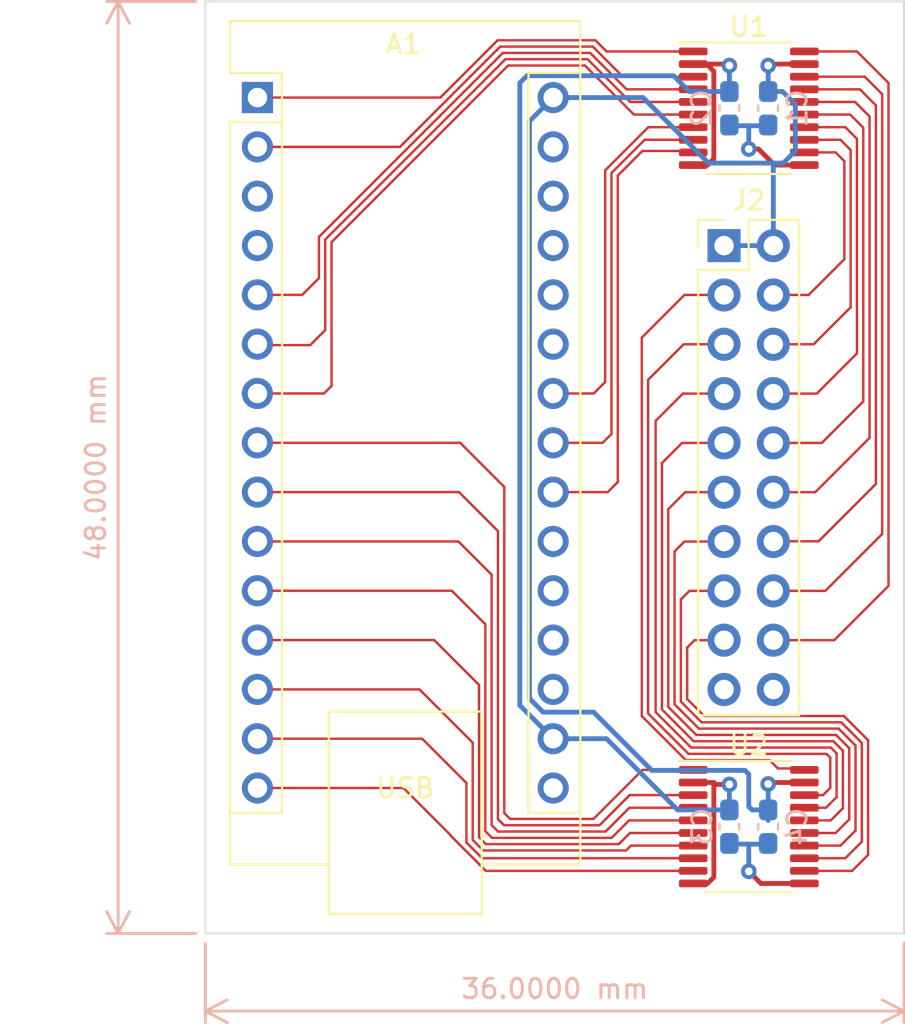
<source format=kicad_pcb>
(kicad_pcb (version 20221018) (generator pcbnew)
  (title_block (title "STM relay board controller") (date "2023-04-26") (rev "1.0"))
  (layers (0 "F.Cu" signal) (1 "In1.Cu" signal) (2 "In2.Cu" signal) (31 "B.Cu" signal) (34 "B.Paste" user) (35 "F.Paste" user) (36 "B.SilkS" user "B.Silkscreen") (37 "F.SilkS" user "F.Silkscreen") (38 "B.Mask" user) (39 "F.Mask" user) (44 "Edge.Cuts" user))
  (net 0 "")
  (net 1 "Net-(A1-D1{slash}TX)")
  (net 2 "Net-(A1-D0{slash}RX)")
  (net 4 "GND")
  (net 5 "Net-(A1-D2)")
  (net 6 "Net-(A1-D3)")
  (net 7 "Net-(A1-D4)")
  (net 8 "Net-(A1-D6)")
  (net 9 "Net-(A1-D7)")
  (net 10 "Net-(A1-D8)")
  (net 11 "Net-(A1-D9)")
  (net 12 "Net-(A1-D10)")
  (net 13 "Net-(A1-D11)")
  (net 14 "Net-(A1-D12)")
  (net 15 "+3.3V")
  (net 20 "+5V")
  (net 21 "Net-(J2-Pin_3)")
  (net 22 "Net-(J2-Pin_4)")
  (net 23 "Net-(J2-Pin_5)")
  (net 24 "Net-(J2-Pin_6)")
  (net 25 "Net-(J2-Pin_7)")
  (net 26 "Net-(J2-Pin_8)")
  (net 27 "Net-(J2-Pin_9)")
  (net 28 "Net-(J2-Pin_10)")
  (net 29 "Net-(J2-Pin_11)")
  (net 30 "Net-(J2-Pin_12)")
  (net 31 "Net-(J2-Pin_13)")
  (net 32 "Net-(J2-Pin_14)")
  (net 33 "Net-(J2-Pin_15)")
  (net 34 "Net-(J2-Pin_16)")
  (net 35 "Net-(J2-Pin_17)")
  (net 36 "Net-(J2-Pin_18)")
  (net 39 "Net-(A1-A4)")
  (net 40 "Net-(A1-A5)")
  (net 43 "Net-(A1-A3)")
  (net 44 "Net-(A1-D5)")
  (footprint "Connector_PinHeader_2.54mm:PinHeader_2x10_P2.54mm_Vertical" (layer "F.Cu") (at 130.725 58.575)
    (fp_text reference "J2" (at 1.27 -2.33) (layer "F.SilkS"))
    (fp_text value "Conn_02x10_Odd_Even" hide)
    (fp_line (start -1.33 -1.33) (end 0 -1.33) (stroke (width 0.12)) (layer "F.SilkS"))
    (fp_line (start -1.33 0) (end -1.33 -1.33) (stroke (width 0.12)) (layer "F.SilkS"))
    (fp_line (start -1.33 1.27) (end -1.33 24.19) (stroke (width 0.12)) (layer "F.SilkS"))
    (fp_line (start -1.33 1.27) (end 1.27 1.27) (stroke (width 0.12)) (layer "F.SilkS"))
    (fp_line (start -1.33 24.19) (end 3.87 24.19) (stroke (width 0.12)) (layer "F.SilkS"))
    (fp_line (start 1.27 -1.33) (end 3.87 -1.33) (stroke (width 0.12)) (layer "F.SilkS"))
    (fp_line (start 1.27 1.27) (end 1.27 -1.33) (stroke (width 0.12)) (layer "F.SilkS"))
    (fp_line (start 3.87 -1.33) (end 3.87 24.19) (stroke (width 0.12)) (layer "F.SilkS"))
    (pad "1" thru_hole rect (at 0 0) (size 1.7 1.7) (drill 1) (layers "*.Cu" "*.Mask") (net 20 "+5V"))
    (pad "2" thru_hole oval (at 2.54 0) (size 1.7 1.7) (drill 1) (layers "*.Cu" "*.Mask") (net 20 "+5V"))
    (pad "3" thru_hole oval (at 0 2.54) (size 1.7 1.7) (drill 1) (layers "*.Cu" "*.Mask") (net 21 "Net-(J2-Pin_3)"))
    (pad "4" thru_hole oval (at 2.54 2.54) (size 1.7 1.7) (drill 1) (layers "*.Cu" "*.Mask") (net 22 "Net-(J2-Pin_4)"))
    (pad "5" thru_hole oval (at 0 5.08) (size 1.7 1.7) (drill 1) (layers "*.Cu" "*.Mask") (net 23 "Net-(J2-Pin_5)"))
    (pad "6" thru_hole oval (at 2.54 5.08) (size 1.7 1.7) (drill 1) (layers "*.Cu" "*.Mask") (net 24 "Net-(J2-Pin_6)"))
    (pad "7" thru_hole oval (at 0 7.62) (size 1.7 1.7) (drill 1) (layers "*.Cu" "*.Mask") (net 25 "Net-(J2-Pin_7)"))
    (pad "8" thru_hole oval (at 2.54 7.62) (size 1.7 1.7) (drill 1) (layers "*.Cu" "*.Mask") (net 26 "Net-(J2-Pin_8)"))
    (pad "9" thru_hole oval (at 0 10.16) (size 1.7 1.7) (drill 1) (layers "*.Cu" "*.Mask") (net 27 "Net-(J2-Pin_9)"))
    (pad "10" thru_hole oval (at 2.54 10.16) (size 1.7 1.7) (drill 1) (layers "*.Cu" "*.Mask") (net 28 "Net-(J2-Pin_10)"))
    (pad "11" thru_hole oval (at 0 12.7) (size 1.7 1.7) (drill 1) (layers "*.Cu" "*.Mask") (net 29 "Net-(J2-Pin_11)"))
    (pad "12" thru_hole oval (at 2.54 12.7) (size 1.7 1.7) (drill 1) (layers "*.Cu" "*.Mask") (net 30 "Net-(J2-Pin_12)"))
    (pad "13" thru_hole oval (at 0 15.24) (size 1.7 1.7) (drill 1) (layers "*.Cu" "*.Mask") (net 31 "Net-(J2-Pin_13)"))
    (pad "14" thru_hole oval (at 2.54 15.24) (size 1.7 1.7) (drill 1) (layers "*.Cu" "*.Mask") (net 32 "Net-(J2-Pin_14)"))
    (pad "15" thru_hole oval (at 0 17.78) (size 1.7 1.7) (drill 1) (layers "*.Cu" "*.Mask") (net 33 "Net-(J2-Pin_15)"))
    (pad "16" thru_hole oval (at 2.54 17.78) (size 1.7 1.7) (drill 1) (layers "*.Cu" "*.Mask") (net 34 "Net-(J2-Pin_16)"))
    (pad "17" thru_hole oval (at 0 20.32) (size 1.7 1.7) (drill 1) (layers "*.Cu" "*.Mask") (net 35 "Net-(J2-Pin_17)"))
    (pad "18" thru_hole oval (at 2.54 20.32) (size 1.7 1.7) (drill 1) (layers "*.Cu" "*.Mask") (net 36 "Net-(J2-Pin_18)"))
    (pad "19" thru_hole oval (at 0 22.86) (size 1.7 1.7) (drill 1) (layers "*.Cu" "*.Mask") (net 4 "GND"))
    (pad "20" thru_hole oval (at 2.54 22.86) (size 1.7 1.7) (drill 1) (layers "*.Cu" "*.Mask") (net 4 "GND"))
  )
  (footprint "Package_SO:TSSOP-20_4.4x6.5mm_P0.65mm" (layer "F.Cu") (at 132 88.5)
    (fp_text reference "U2" (at 0 -4.2) (layer "F.SilkS"))
    (fp_text value "TXS0108EPW")
    (fp_line (start 0 -3.385) (end -3.6 -3.385) (stroke (width 0.12)) (layer "F.SilkS"))
    (fp_line (start 0 -3.385) (end 2.2 -3.385) (stroke (width 0.12)) (layer "F.SilkS"))
    (fp_line (start 0 3.385) (end -2.2 3.385) (stroke (width 0.12)) (layer "F.SilkS"))
    (fp_line (start 0 3.385) (end 2.2 3.385) (stroke (width 0.12)) (layer "F.SilkS"))
    (pad "1" smd roundrect (at -2.8625 -2.925) (size 1.475 0.4) (layers "F.Cu" "F.Paste" "F.Mask") (net 44 "Net-(A1-D5)"))
    (pad "2" smd roundrect (at -2.8625 -2.275) (size 1.475 0.4) (layers "F.Cu" "F.Paste" "F.Mask") (net 15 "+3.3V"))
    (pad "3" smd roundrect (at -2.8625 -1.625) (size 1.475 0.4) (layers "F.Cu" "F.Paste" "F.Mask") (net 8 "Net-(A1-D6)"))
    (pad "4" smd roundrect (at -2.8625 -0.975) (size 1.475 0.4) (layers "F.Cu" "F.Paste" "F.Mask") (net 9 "Net-(A1-D7)"))
    (pad "5" smd roundrect (at -2.8625 -0.325) (size 1.475 0.4) (layers "F.Cu" "F.Paste" "F.Mask") (net 10 "Net-(A1-D8)"))
    (pad "6" smd roundrect (at -2.8625 0.325) (size 1.475 0.4) (layers "F.Cu" "F.Paste" "F.Mask") (net 11 "Net-(A1-D9)"))
    (pad "7" smd roundrect (at -2.8625 0.975) (size 1.475 0.4) (layers "F.Cu" "F.Paste" "F.Mask") (net 12 "Net-(A1-D10)"))
    (pad "8" smd roundrect (at -2.8625 1.625) (size 1.475 0.4) (layers "F.Cu" "F.Paste" "F.Mask") (net 13 "Net-(A1-D11)"))
    (pad "9" smd roundrect (at -2.8625 2.275) (size 1.475 0.4) (layers "F.Cu" "F.Paste" "F.Mask") (net 14 "Net-(A1-D12)"))
    (pad "10" smd roundrect (at -2.8625 2.925) (size 1.475 0.4) (layers "F.Cu" "F.Paste" "F.Mask") (net 15 "+3.3V"))
    (pad "11" smd roundrect (at 2.8625 2.925) (size 1.475 0.4) (layers "F.Cu" "F.Paste" "F.Mask") (net 4 "GND"))
    (pad "12" smd roundrect (at 2.8625 2.275) (size 1.475 0.4) (layers "F.Cu" "F.Paste" "F.Mask") (net 35 "Net-(J2-Pin_17)"))
    (pad "13" smd roundrect (at 2.8625 1.625) (size 1.475 0.4) (layers "F.Cu" "F.Paste" "F.Mask") (net 33 "Net-(J2-Pin_15)"))
    (pad "14" smd roundrect (at 2.8625 0.975) (size 1.475 0.4) (layers "F.Cu" "F.Paste" "F.Mask") (net 31 "Net-(J2-Pin_13)"))
    (pad "15" smd roundrect (at 2.8625 0.325) (size 1.475 0.4) (layers "F.Cu" "F.Paste" "F.Mask") (net 29 "Net-(J2-Pin_11)"))
    (pad "16" smd roundrect (at 2.8625 -0.325) (size 1.475 0.4) (layers "F.Cu" "F.Paste" "F.Mask") (net 27 "Net-(J2-Pin_9)"))
    (pad "17" smd roundrect (at 2.8625 -0.975) (size 1.475 0.4) (layers "F.Cu" "F.Paste" "F.Mask") (net 25 "Net-(J2-Pin_7)"))
    (pad "18" smd roundrect (at 2.8625 -1.625) (size 1.475 0.4) (layers "F.Cu" "F.Paste" "F.Mask") (net 23 "Net-(J2-Pin_5)"))
    (pad "19" smd roundrect (at 2.8625 -2.275) (size 1.475 0.4) (layers "F.Cu" "F.Paste" "F.Mask") (net 20 "+5V"))
    (pad "20" smd roundrect (at 2.8625 -2.925) (size 1.475 0.4) (layers "F.Cu" "F.Paste" "F.Mask") (net 21 "Net-(J2-Pin_3)"))
  )
  (footprint "Module:Arduino_Nano" (layer "F.Cu") (at 106.68 50.95)
    (fp_text reference "A1" (at 7.52 -2.75) (layer "F.SilkS"))
    (fp_text value "Arduino_Nano_v3.x")
    (fp_text user "USB" (at 7.62 35.56 unlocked) (layer "F.SilkS"))
    (fp_line (start -1.4 -3.94) (end -1.4 -1.27) (stroke (width 0.12)) (layer "F.SilkS"))
    (fp_line (start -1.4 1.27) (end -1.4 39.5) (stroke (width 0.12)) (layer "F.SilkS"))
    (fp_line (start -1.4 39.5) (end 3.68 39.5) (stroke (width 0.12)) (layer "F.SilkS"))
    (fp_line (start 1.27 -1.27) (end -1.4 -1.27) (stroke (width 0.12)) (layer "F.SilkS"))
    (fp_line (start 1.27 1.27) (end -1.4 1.27) (stroke (width 0.12)) (layer "F.SilkS"))
    (fp_line (start 1.27 1.27) (end 1.27 -1.27) (stroke (width 0.12)) (layer "F.SilkS"))
    (fp_line (start 1.27 1.27) (end 1.27 36.83) (stroke (width 0.12)) (layer "F.SilkS"))
    (fp_line (start 1.27 36.83) (end -1.4 36.83) (stroke (width 0.12)) (layer "F.SilkS"))
    (fp_line (start 3.68 31.62) (end 11.56 31.62) (stroke (width 0.12)) (layer "F.SilkS"))
    (fp_line (start 3.68 42.04) (end 3.68 31.62) (stroke (width 0.12)) (layer "F.SilkS"))
    (fp_line (start 11.56 31.62) (end 11.56 42.04) (stroke (width 0.12)) (layer "F.SilkS"))
    (fp_line (start 11.56 42.04) (end 3.68 42.04) (stroke (width 0.12)) (layer "F.SilkS"))
    (fp_line (start 13.97 -1.27) (end 13.97 36.83) (stroke (width 0.12)) (layer "F.SilkS"))
    (fp_line (start 13.97 -1.27) (end 16.64 -1.27) (stroke (width 0.12)) (layer "F.SilkS"))
    (fp_line (start 13.97 36.83) (end 16.64 36.83) (stroke (width 0.12)) (layer "F.SilkS"))
    (fp_line (start 16.64 -3.94) (end -1.4 -3.94) (stroke (width 0.12)) (layer "F.SilkS"))
    (fp_line (start 16.64 39.5) (end 11.56 39.5) (stroke (width 0.12)) (layer "F.SilkS"))
    (fp_line (start 16.64 39.5) (end 16.64 -3.94) (stroke (width 0.12)) (layer "F.SilkS"))
    (pad "1" thru_hole rect (at 0 0) (size 1.6 1.6) (drill 1) (layers "*.Cu" "*.Mask") (net 1 "Net-(A1-D1{slash}TX)"))
    (pad "2" thru_hole oval (at 0 2.54) (size 1.6 1.6) (drill 1) (layers "*.Cu" "*.Mask") (net 2 "Net-(A1-D0{slash}RX)"))
    (pad "3" thru_hole oval (at 0 5.08) (size 1.6 1.6) (drill 1) (layers "*.Cu" "*.Mask"))
    (pad "4" thru_hole oval (at 0 7.62) (size 1.6 1.6) (drill 1) (layers "*.Cu" "*.Mask") (net 4 "GND"))
    (pad "5" thru_hole oval (at 0 10.16) (size 1.6 1.6) (drill 1) (layers "*.Cu" "*.Mask") (net 5 "Net-(A1-D2)"))
    (pad "6" thru_hole oval (at 0 12.7) (size 1.6 1.6) (drill 1) (layers "*.Cu" "*.Mask") (net 6 "Net-(A1-D3)"))
    (pad "7" thru_hole oval (at 0 15.24) (size 1.6 1.6) (drill 1) (layers "*.Cu" "*.Mask") (net 7 "Net-(A1-D4)"))
    (pad "8" thru_hole oval (at 0 17.78) (size 1.6 1.6) (drill 1) (layers "*.Cu" "*.Mask") (net 44 "Net-(A1-D5)"))
    (pad "9" thru_hole oval (at 0 20.32) (size 1.6 1.6) (drill 1) (layers "*.Cu" "*.Mask") (net 8 "Net-(A1-D6)"))
    (pad "10" thru_hole oval (at 0 22.86) (size 1.6 1.6) (drill 1) (layers "*.Cu" "*.Mask") (net 9 "Net-(A1-D7)"))
    (pad "11" thru_hole oval (at 0 25.4) (size 1.6 1.6) (drill 1) (layers "*.Cu" "*.Mask") (net 10 "Net-(A1-D8)"))
    (pad "12" thru_hole oval (at 0 27.94) (size 1.6 1.6) (drill 1) (layers "*.Cu" "*.Mask") (net 11 "Net-(A1-D9)"))
    (pad "13" thru_hole oval (at 0 30.48) (size 1.6 1.6) (drill 1) (layers "*.Cu" "*.Mask") (net 12 "Net-(A1-D10)"))
    (pad "14" thru_hole oval (at 0 33.02) (size 1.6 1.6) (drill 1) (layers "*.Cu" "*.Mask") (net 13 "Net-(A1-D11)"))
    (pad "15" thru_hole oval (at 0 35.56) (size 1.6 1.6) (drill 1) (layers "*.Cu" "*.Mask") (net 14 "Net-(A1-D12)"))
    (pad "16" thru_hole oval (at 15.24 35.56) (size 1.6 1.6) (drill 1) (layers "*.Cu" "*.Mask"))
    (pad "17" thru_hole oval (at 15.24 33.02) (size 1.6 1.6) (drill 1) (layers "*.Cu" "*.Mask") (net 15 "+3.3V"))
    (pad "18" thru_hole oval (at 15.24 30.48) (size 1.6 1.6) (drill 1) (layers "*.Cu" "*.Mask"))
    (pad "19" thru_hole oval (at 15.24 27.94) (size 1.6 1.6) (drill 1) (layers "*.Cu" "*.Mask"))
    (pad "20" thru_hole oval (at 15.24 25.4) (size 1.6 1.6) (drill 1) (layers "*.Cu" "*.Mask"))
    (pad "21" thru_hole oval (at 15.24 22.86) (size 1.6 1.6) (drill 1) (layers "*.Cu" "*.Mask"))
    (pad "22" thru_hole oval (at 15.24 20.32) (size 1.6 1.6) (drill 1) (layers "*.Cu" "*.Mask") (net 43 "Net-(A1-A3)"))
    (pad "23" thru_hole oval (at 15.24 17.78) (size 1.6 1.6) (drill 1) (layers "*.Cu" "*.Mask") (net 39 "Net-(A1-A4)"))
    (pad "24" thru_hole oval (at 15.24 15.24) (size 1.6 1.6) (drill 1) (layers "*.Cu" "*.Mask") (net 40 "Net-(A1-A5)"))
    (pad "25" thru_hole oval (at 15.24 12.7) (size 1.6 1.6) (drill 1) (layers "*.Cu" "*.Mask"))
    (pad "26" thru_hole oval (at 15.24 10.16) (size 1.6 1.6) (drill 1) (layers "*.Cu" "*.Mask"))
    (pad "27" thru_hole oval (at 15.24 7.62) (size 1.6 1.6) (drill 1) (layers "*.Cu" "*.Mask"))
    (pad "28" thru_hole oval (at 15.24 5.08) (size 1.6 1.6) (drill 1) (layers "*.Cu" "*.Mask"))
    (pad "29" thru_hole oval (at 15.24 2.54) (size 1.6 1.6) (drill 1) (layers "*.Cu" "*.Mask") (net 4 "GND"))
    (pad "30" thru_hole oval (at 15.24 0) (size 1.6 1.6) (drill 1) (layers "*.Cu" "*.Mask") (net 20 "+5V"))
  )
  (footprint "Package_SO:TSSOP-20_4.4x6.5mm_P0.65mm" (layer "F.Cu") (at 132 51.5)
    (fp_text reference "U1" (at 0 -4.2) (layer "F.SilkS"))
    (fp_text value "TXS0108EPW")
    (fp_line (start 0 -3.385) (end -3.6 -3.385) (stroke (width 0.12)) (layer "F.SilkS"))
    (fp_line (start 0 -3.385) (end 2.2 -3.385) (stroke (width 0.12)) (layer "F.SilkS"))
    (fp_line (start 0 3.385) (end -2.2 3.385) (stroke (width 0.12)) (layer "F.SilkS"))
    (fp_line (start 0 3.385) (end 2.2 3.385) (stroke (width 0.12)) (layer "F.SilkS"))
    (pad "1" smd roundrect (at -2.8625 -2.925) (size 1.475 0.4) (layers "F.Cu" "F.Paste" "F.Mask") (net 1 "Net-(A1-D1{slash}TX)"))
    (pad "2" smd roundrect (at -2.8625 -2.275) (size 1.475 0.4) (layers "F.Cu" "F.Paste" "F.Mask") (net 15 "+3.3V"))
    (pad "3" smd roundrect (at -2.8625 -1.625) (size 1.475 0.4) (layers "F.Cu" "F.Paste" "F.Mask") (net 2 "Net-(A1-D0{slash}RX)"))
    (pad "4" smd roundrect (at -2.8625 -0.975) (size 1.475 0.4) (layers "F.Cu" "F.Paste" "F.Mask") (net 5 "Net-(A1-D2)"))
    (pad "5" smd roundrect (at -2.8625 -0.325) (size 1.475 0.4) (layers "F.Cu" "F.Paste" "F.Mask") (net 6 "Net-(A1-D3)"))
    (pad "6" smd roundrect (at -2.8625 0.325) (size 1.475 0.4) (layers "F.Cu" "F.Paste" "F.Mask") (net 7 "Net-(A1-D4)"))
    (pad "7" smd roundrect (at -2.8625 0.975) (size 1.475 0.4) (layers "F.Cu" "F.Paste" "F.Mask") (net 40 "Net-(A1-A5)"))
    (pad "8" smd roundrect (at -2.8625 1.625) (size 1.475 0.4) (layers "F.Cu" "F.Paste" "F.Mask") (net 39 "Net-(A1-A4)"))
    (pad "9" smd roundrect (at -2.8625 2.275) (size 1.475 0.4) (layers "F.Cu" "F.Paste" "F.Mask") (net 43 "Net-(A1-A3)"))
    (pad "10" smd roundrect (at -2.8625 2.925) (size 1.475 0.4) (layers "F.Cu" "F.Paste" "F.Mask") (net 15 "+3.3V"))
    (pad "11" smd roundrect (at 2.8625 2.925) (size 1.475 0.4) (layers "F.Cu" "F.Paste" "F.Mask") (net 4 "GND"))
    (pad "12" smd roundrect (at 2.8625 2.275) (size 1.475 0.4) (layers "F.Cu" "F.Paste" "F.Mask") (net 22 "Net-(J2-Pin_4)"))
    (pad "13" smd roundrect (at 2.8625 1.625) (size 1.475 0.4) (layers "F.Cu" "F.Paste" "F.Mask") (net 24 "Net-(J2-Pin_6)"))
    (pad "14" smd roundrect (at 2.8625 0.975) (size 1.475 0.4) (layers "F.Cu" "F.Paste" "F.Mask") (net 26 "Net-(J2-Pin_8)"))
    (pad "15" smd roundrect (at 2.8625 0.325) (size 1.475 0.4) (layers "F.Cu" "F.Paste" "F.Mask") (net 28 "Net-(J2-Pin_10)"))
    (pad "16" smd roundrect (at 2.8625 -0.325) (size 1.475 0.4) (layers "F.Cu" "F.Paste" "F.Mask") (net 30 "Net-(J2-Pin_12)"))
    (pad "17" smd roundrect (at 2.8625 -0.975) (size 1.475 0.4) (layers "F.Cu" "F.Paste" "F.Mask") (net 32 "Net-(J2-Pin_14)"))
    (pad "18" smd roundrect (at 2.8625 -1.625) (size 1.475 0.4) (layers "F.Cu" "F.Paste" "F.Mask") (net 34 "Net-(J2-Pin_16)"))
    (pad "19" smd roundrect (at 2.8625 -2.275) (size 1.475 0.4) (layers "F.Cu" "F.Paste" "F.Mask") (net 20 "+5V"))
    (pad "20" smd roundrect (at 2.8625 -2.925) (size 1.475 0.4) (layers "F.Cu" "F.Paste" "F.Mask") (net 36 "Net-(J2-Pin_18)"))
  )
  (footprint "Capacitor_SMD:C_0603_1608Metric_Pad1.08x0.95mm_HandSolder" (layer "B.Cu") (at 131 88.5 90)
    (fp_text reference "C3" (at 0 -1.4 270) (layer "B.SilkS") (effects (justify mirror)))
    (fp_text value "100n")
    (fp_line (start -0.146267 -0.51) (end 0.146267 -0.51) (stroke (width 0.12)) (layer "B.SilkS"))
    (fp_line (start -0.146267 0.51) (end 0.146267 0.51) (stroke (width 0.12)) (layer "B.SilkS"))
    (pad "1" smd roundrect (at -0.8625 0 90) (size 1.075 0.95) (layers "B.Cu" "B.Paste" "B.Mask") (net 4 "GND"))
    (pad "2" smd roundrect (at 0.8625 0 90) (size 1.075 0.95) (layers "B.Cu" "B.Paste" "B.Mask") (net 15 "+3.3V"))
  )
  (footprint "Capacitor_SMD:C_0603_1608Metric_Pad1.08x0.95mm_HandSolder" (layer "B.Cu") (at 133 88.5 -90)
    (fp_text reference "C4" (at 0 -1.5 90) (layer "B.SilkS") (effects (justify mirror)))
    (fp_text value "100n")
    (fp_line (start -0.146267 -0.51) (end 0.146267 -0.51) (stroke (width 0.12)) (layer "B.SilkS"))
    (fp_line (start -0.146267 0.51) (end 0.146267 0.51) (stroke (width 0.12)) (layer "B.SilkS"))
    (pad "1" smd roundrect (at -0.8625 0 270) (size 1.075 0.95) (layers "B.Cu" "B.Paste" "B.Mask") (net 20 "+5V"))
    (pad "2" smd roundrect (at 0.8625 0 270) (size 1.075 0.95) (layers "B.Cu" "B.Paste" "B.Mask") (net 4 "GND"))
  )
  (footprint "Capacitor_SMD:C_0603_1608Metric_Pad1.08x0.95mm_HandSolder" (layer "B.Cu") (at 133 51.5 -90)
    (fp_text reference "C1" (at 0 -1.5 90) (layer "B.SilkS") (effects (justify mirror)))
    (fp_text value "100n")
    (fp_line (start -0.146267 -0.51) (end 0.146267 -0.51) (stroke (width 0.12)) (layer "B.SilkS"))
    (fp_line (start -0.146267 0.51) (end 0.146267 0.51) (stroke (width 0.12)) (layer "B.SilkS"))
    (pad "1" smd roundrect (at -0.8625 0 270) (size 1.075 0.95) (layers "B.Cu" "B.Paste" "B.Mask") (net 20 "+5V"))
    (pad "2" smd roundrect (at 0.8625 0 270) (size 1.075 0.95) (layers "B.Cu" "B.Paste" "B.Mask") (net 4 "GND"))
  )
  (footprint "Capacitor_SMD:C_0603_1608Metric_Pad1.08x0.95mm_HandSolder" (layer "B.Cu") (at 131 51.5 -90)
    (fp_text reference "C2" (at 0 1.43 90) (layer "B.SilkS") (effects (justify mirror)))
    (fp_text value "100n")
    (fp_line (start -0.146267 -0.51) (end 0.146267 -0.51) (stroke (width 0.12)) (layer "B.SilkS"))
    (fp_line (start -0.146267 0.51) (end 0.146267 0.51) (stroke (width 0.12)) (layer "B.SilkS"))
    (pad "1" smd roundrect (at -0.8625 0 270) (size 1.075 0.95) (layers "B.Cu" "B.Paste" "B.Mask") (net 15 "+3.3V"))
    (pad "2" smd roundrect (at 0.8625 0 270) (size 1.075 0.95) (layers "B.Cu" "B.Paste" "B.Mask") (net 4 "GND"))
  )
  (gr_poly (pts (xy 104 46) (xy 140 46) (xy 140 94) (xy 104 94)) (stroke (width 0.1)) (fill none) (layer "Edge.Cuts"))
  (dimension (type aligned) (layer "B.SilkS") (pts (xy 104 94) (xy 104 46)) (height -4.5) (gr_text "48.0000 mm" (at 98.35 70 90) (layer "B.SilkS") (effects (font (size 1 1) (thickness 0.15)))) (format (prefix "") (suffix "") (units 3) (units_format 1) (precision 4)) (style (thickness 0.15) (arrow_length 1.27) (text_position_mode 0) (extension_height 0.58642) (extension_offset 0.5) keep_text_aligned))
  (dimension (type aligned) (layer "B.SilkS") (pts (xy 104 94) (xy 140 94)) (height 3.999999) (gr_text "36.0000 mm" (at 122 96.849999) (layer "B.SilkS") (effects (font (size 1 1) (thickness 0.15)))) (format (prefix "") (suffix "") (units 3) (units_format 1) (precision 4)) (style (thickness 0.15) (arrow_length 1.27) (text_position_mode 0) (extension_height 0.58642) (extension_offset 0.5) keep_text_aligned))
  (segment (start 116.107536 50.95) (end 119.057536 48) (width 0.125) (layer "F.Cu") (net 1))
  (segment (start 124.096016 48) (end 124.671016 48.575) (width 0.125) (layer "F.Cu") (net 1))
  (segment (start 124.671016 48.575) (end 129.1375 48.575) (width 0.125) (layer "F.Cu") (net 1))
  (segment (start 106.68 50.95) (end 116.107536 50.95) (width 0.125) (layer "F.Cu") (net 1))
  (segment (start 119.057536 48) (end 124.096016 48) (width 0.125) (layer "F.Cu") (net 1))
  (segment (start 114.027156 53.49) (end 119.192159 48.325) (width 0.125) (layer "F.Cu") (net 2))
  (segment (start 125.511396 49.875) (end 129.1375 49.875) (width 0.125) (layer "F.Cu") (net 2))
  (segment (start 123.961396 48.325) (end 125.511396 49.875) (width 0.125) (layer "F.Cu") (net 2))
  (segment (start 119.192159 48.325) (end 123.961396 48.325) (width 0.125) (layer "F.Cu") (net 2))
  (segment (start 106.68 53.49) (end 114.027156 53.49) (width 0.125) (layer "F.Cu") (net 2))
  (segment (start 133.325 54.425) (end 134.8625 54.425) (width 0.25) (layer "F.Cu") (net 4))
  (segment (start 132.625 91.425) (end 134.8625 91.425) (width 0.25) (layer "F.Cu") (net 4))
  (segment (start 132 53.6) (end 132.5 53.6) (width 0.25) (layer "F.Cu") (net 4))
  (segment (start 132.5 53.6) (end 133.325 54.425) (width 0.25) (layer "F.Cu") (net 4))
  (segment (start 132 90.8) (end 132.625 91.425) (width 0.25) (layer "F.Cu") (net 4))
  (via (at 132 90.8) (size 0.8) (drill 0.4) (layers "F.Cu" "B.Cu") (net 4))
  (via (at 132 53.6) (size 0.8) (drill 0.4) (layers "F.Cu" "B.Cu") (net 4))
  (segment (start 132 52.4) (end 131.0375 52.4) (width 0.25) (layer "B.Cu") (net 4))
  (segment (start 132 53.6) (end 132 52.4) (width 0.25) (layer "B.Cu") (net 4))
  (segment (start 132.9625 52.4) (end 133 52.3625) (width 0.25) (layer "B.Cu") (net 4))
  (segment (start 132 89.4) (end 132.9625 89.4) (width 0.25) (layer "B.Cu") (net 4))
  (segment (start 132 52.4) (end 132.9625 52.4) (width 0.25) (layer "B.Cu") (net 4))
  (segment (start 131.0375 89.4) (end 131 89.3625) (width 0.25) (layer "B.Cu") (net 4))
  (segment (start 132 90.8) (end 132 89.4) (width 0.25) (layer "B.Cu") (net 4))
  (segment (start 131.0375 52.4) (end 131 52.3625) (width 0.25) (layer "B.Cu") (net 4))
  (segment (start 132 89.4) (end 131.0375 89.4) (width 0.25) (layer "B.Cu") (net 4))
  (segment (start 132.9625 89.4) (end 133 89.3625) (width 0.25) (layer "B.Cu") (net 4))
  (segment (start 109.85 60.25) (end 109.85 58.126776) (width 0.125) (layer "F.Cu") (net 5))
  (segment (start 109.85 58.126776) (end 119.326778 48.65) (width 0.125) (layer "F.Cu") (net 5))
  (segment (start 119.326778 48.65) (end 123.826776 48.65) (width 0.125) (layer "F.Cu") (net 5))
  (segment (start 108.99 61.11) (end 109.85 60.25) (width 0.125) (layer "F.Cu") (net 5))
  (segment (start 123.826776 48.65) (end 125.701776 50.525) (width 0.125) (layer "F.Cu") (net 5))
  (segment (start 106.68 61.11) (end 108.99 61.11) (width 0.125) (layer "F.Cu") (net 5))
  (segment (start 125.701776 50.525) (end 129.1375 50.525) (width 0.125) (layer "F.Cu") (net 5))
  (segment (start 110.175 62.925) (end 110.175 58.261396) (width 0.125) (layer "F.Cu") (net 6))
  (segment (start 125.892156 51.175) (end 129.1375 51.175) (width 0.125) (layer "F.Cu") (net 6))
  (segment (start 106.73 63.7) (end 109.4 63.7) (width 0.125) (layer "F.Cu") (net 6))
  (segment (start 119.461397 48.975) (end 123.692156 48.975) (width 0.125) (layer "F.Cu") (net 6))
  (segment (start 110.175 58.261396) (end 119.461397 48.975) (width 0.125) (layer "F.Cu") (net 6))
  (segment (start 109.4 63.7) (end 110.175 62.925) (width 0.125) (layer "F.Cu") (net 6))
  (segment (start 123.692156 48.975) (end 125.892156 51.175) (width 0.125) (layer "F.Cu") (net 6))
  (segment (start 106.68 63.65) (end 106.73 63.7) (width 0.125) (layer "F.Cu") (net 6))
  (segment (start 110.5 65.8) (end 110.11 66.19) (width 0.125) (layer "F.Cu") (net 7))
  (segment (start 126.082536 51.825) (end 123.557536 49.3) (width 0.125) (layer "F.Cu") (net 7))
  (segment (start 129.1375 51.825) (end 126.082536 51.825) (width 0.125) (layer "F.Cu") (net 7))
  (segment (start 123.557536 49.3) (end 119.596016 49.3) (width 0.125) (layer "F.Cu") (net 7))
  (segment (start 119.596016 49.3) (end 110.5 58.396016) (width 0.125) (layer "F.Cu") (net 7))
  (segment (start 110.11 66.19) (end 106.68 66.19) (width 0.125) (layer "F.Cu") (net 7))
  (segment (start 110.5 58.396016) (end 110.5 65.8) (width 0.125) (layer "F.Cu") (net 7))
  (segment (start 119.388604 88.425) (end 124.311396 88.425) (width 0.125) (layer "F.Cu") (net 8))
  (segment (start 119.075 73.275) (end 119.075 88.111396) (width 0.125) (layer "F.Cu") (net 8))
  (segment (start 119.075 88.111396) (end 119.388604 88.425) (width 0.125) (layer "F.Cu") (net 8))
  (segment (start 106.68 71.27) (end 117.07 71.27) (width 0.125) (layer "F.Cu") (net 8))
  (segment (start 125.861396 86.875) (end 129.1375 86.875) (width 0.125) (layer "F.Cu") (net 8))
  (segment (start 117.07 71.27) (end 119.075 73.275) (width 0.125) (layer "F.Cu") (net 8))
  (segment (start 124.311396 88.425) (end 125.861396 86.875) (width 0.125) (layer "F.Cu") (net 8))
  (segment (start 119.077208 88.75) (end 124.622792 88.75) (width 0.125) (layer "F.Cu") (net 9))
  (segment (start 106.68 73.81) (end 117.037208 73.81) (width 0.125) (layer "F.Cu") (net 9))
  (segment (start 118.75 75.522792) (end 118.75 88.422792) (width 0.125) (layer "F.Cu") (net 9))
  (segment (start 117.037208 73.81) (end 118.75 75.522792) (width 0.125) (layer "F.Cu") (net 9))
  (segment (start 118.75 88.422792) (end 119.077208 88.75) (width 0.125) (layer "F.Cu") (net 9))
  (segment (start 125.847792 87.525) (end 129.1375 87.525) (width 0.125) (layer "F.Cu") (net 9))
  (segment (start 124.622792 88.75) (end 125.847792 87.525) (width 0.125) (layer "F.Cu") (net 9))
  (segment (start 118.765812 89.075) (end 124.934188 89.075) (width 0.125) (layer "F.Cu") (net 10))
  (segment (start 125.834188 88.175) (end 129.1375 88.175) (width 0.125) (layer "F.Cu") (net 10))
  (segment (start 106.68 76.35) (end 116.7 76.35) (width 0.125) (layer "F.Cu") (net 10))
  (segment (start 124.934188 89.075) (end 125.834188 88.175) (width 0.125) (layer "F.Cu") (net 10))
  (segment (start 118.425 88.734188) (end 118.765812 89.075) (width 0.125) (layer "F.Cu") (net 10))
  (segment (start 118.425 78.075) (end 118.425 88.734188) (width 0.125) (layer "F.Cu") (net 10))
  (segment (start 116.7 76.35) (end 118.425 78.075) (width 0.125) (layer "F.Cu") (net 10))
  (segment (start 118.454416 89.4) (end 125.3 89.4) (width 0.125) (layer "F.Cu") (net 11))
  (segment (start 125.875 88.825) (end 129.1375 88.825) (width 0.125) (layer "F.Cu") (net 11))
  (segment (start 118.1 89.045584) (end 118.454416 89.4) (width 0.125) (layer "F.Cu") (net 11))
  (segment (start 106.68 78.89) (end 115.79 78.89) (width 0.125) (layer "F.Cu") (net 11))
  (segment (start 125.3 89.4) (end 125.875 88.825) (width 0.125) (layer "F.Cu") (net 11))
  (segment (start 118.1 81.2) (end 118.1 89.045584) (width 0.125) (layer "F.Cu") (net 11))
  (segment (start 115.79 78.89) (end 118.1 81.2) (width 0.125) (layer "F.Cu") (net 11))
  (segment (start 125.675 89.725) (end 125.925 89.475) (width 0.125) (layer "F.Cu") (net 12))
  (segment (start 118.319797 89.725) (end 125.675 89.725) (width 0.125) (layer "F.Cu") (net 12))
  (segment (start 117.775 89.180204) (end 118.319797 89.725) (width 0.125) (layer "F.Cu") (net 12))
  (segment (start 106.68 81.43) (end 115.03 81.43) (width 0.125) (layer "F.Cu") (net 12))
  (segment (start 115.03 81.43) (end 117.775 84.175) (width 0.125) (layer "F.Cu") (net 12))
  (segment (start 117.775 84.175) (end 117.775 89.180204) (width 0.125) (layer "F.Cu") (net 12))
  (segment (start 125.925 89.475) (end 129.1375 89.475) (width 0.125) (layer "F.Cu") (net 12))
  (segment (start 117.45 86.25) (end 117.45 89.314824) (width 0.125) (layer "F.Cu") (net 13))
  (segment (start 106.68 83.97) (end 115.17 83.97) (width 0.125) (layer "F.Cu") (net 13))
  (segment (start 118.260176 90.125) (end 129.1375 90.125) (width 0.125) (layer "F.Cu") (net 13))
  (segment (start 115.17 83.97) (end 117.45 86.25) (width 0.125) (layer "F.Cu") (net 13))
  (segment (start 117.45 89.314824) (end 118.260176 90.125) (width 0.125) (layer "F.Cu") (net 13))
  (segment (start 114.21 86.51) (end 116.625 88.925) (width 0.125) (layer "F.Cu") (net 14))
  (segment (start 118.450556 90.775) (end 129.1375 90.775) (width 0.125) (layer "F.Cu") (net 14))
  (segment (start 116.625 88.925) (end 116.625 88.949444) (width 0.125) (layer "F.Cu") (net 14))
  (segment (start 116.625 88.949444) (end 118.450556 90.775) (width 0.125) (layer "F.Cu") (net 14))
  (segment (start 106.68 86.51) (end 114.21 86.51) (width 0.125) (layer "F.Cu") (net 14))
  (segment (start 130.2 91.1) (end 129.875 91.425) (width 0.25) (layer "F.Cu") (net 15))
  (segment (start 130.2755 86.3245) (end 130.2 86.4) (width 0.25) (layer "F.Cu") (net 15))
  (segment (start 130.925 49.225) (end 129.1375 49.225) (width 0.25) (layer "F.Cu") (net 15))
  (segment (start 129.875 91.425) (end 129.1375 91.425) (width 0.25) (layer "F.Cu") (net 15))
  (segment (start 129.1375 49.225) (end 129.826041 49.225) (width 0.25) (layer "F.Cu") (net 15))
  (segment (start 130.2 49.598959) (end 130.2 54.1) (width 0.25) (layer "F.Cu") (net 15))
  (segment (start 131 86.3245) (end 130.2755 86.3245) (width 0.25) (layer "F.Cu") (net 15))
  (segment (start 131 49.3) (end 130.925 49.225) (width 0.25) (layer "F.Cu") (net 15))
  (segment (start 130.2 86.225) (end 130.2 86.598959) (width 0.25) (layer "F.Cu") (net 15))
  (segment (start 130.2 87) (end 130.2 91.1) (width 0.25) (layer "F.Cu") (net 15))
  (segment (start 130.2 86.4) (end 130.2 86.598959) (width 0.25) (layer "F.Cu") (net 15))
  (segment (start 129.1375 86.225) (end 130.2 86.225) (width 0.25) (layer "F.Cu") (net 15))
  (segment (start 130.2 86.598959) (end 130.2 87) (width 0.25) (layer "F.Cu") (net 15))
  (segment (start 130.2 54.1) (end 129.875 54.425) (width 0.25) (layer "F.Cu") (net 15))
  (segment (start 129.875 54.425) (end 129.1375 54.425) (width 0.25) (layer "F.Cu") (net 15))
  (segment (start 129.826041 49.225) (end 130.2 49.598959) (width 0.25) (layer "F.Cu") (net 15))
  (via (at 131 49.3) (size 0.8) (drill 0.4) (layers "F.Cu" "B.Cu") (net 15))
  (via (at 131 86.3245) (size 0.8) (drill 0.4) (layers "F.Cu" "B.Cu") (net 15))
  (segment (start 131 50.6375) (end 131 49.3) (width 0.25) (layer "B.Cu") (net 15))
  (segment (start 131 86.3245) (end 131 87.6375) (width 0.25) (layer "B.Cu") (net 15))
  (segment (start 128.125 49.825) (end 128.9375 50.6375) (width 0.25) (layer "B.Cu") (net 15))
  (segment (start 128.3375 87.6375) (end 131 87.6375) (width 0.25) (layer "B.Cu") (net 15))
  (segment (start 124.67 83.97) (end 128.3375 87.6375) (width 0.25) (layer "B.Cu") (net 15))
  (segment (start 120.2 50.2) (end 120.575 49.825) (width 0.25) (layer "B.Cu") (net 15))
  (segment (start 121.92 83.97) (end 124.67 83.97) (width 0.25) (layer "B.Cu") (net 15))
  (segment (start 121.92 83.97) (end 120.2 82.25) (width 0.25) (layer "B.Cu") (net 15))
  (segment (start 120.2 82.25) (end 120.2 50.2) (width 0.25) (layer "B.Cu") (net 15))
  (segment (start 120.575 49.825) (end 128.125 49.825) (width 0.25) (layer "B.Cu") (net 15))
  (segment (start 128.9375 50.6375) (end 131 50.6375) (width 0.25) (layer "B.Cu") (net 15))
  (segment (start 133.075 86.225) (end 134.8625 86.225) (width 0.25) (layer "F.Cu") (net 20))
  (segment (start 133 49.3) (end 133.075 49.225) (width 0.25) (layer "F.Cu") (net 20))
  (segment (start 133 86.3) (end 133.075 86.225) (width 0.25) (layer "F.Cu") (net 20))
  (segment (start 133.075 49.225) (end 134.8625 49.225) (width 0.25) (layer "F.Cu") (net 20))
  (via (at 133 86.3) (size 0.8) (drill 0.4) (layers "F.Cu" "B.Cu") (net 20))
  (via (at 133 49.3) (size 0.8) (drill 0.4) (layers "F.Cu" "B.Cu") (net 20))
  (segment (start 133.265 58.575) (end 133.265 54.36) (width 0.25) (layer "B.Cu") (net 20))
  (segment (start 133 88.18) (end 133 86.3) (width 0.25) (layer "B.Cu") (net 20))
  (segment (start 121.4 82.6) (end 124 82.6) (width 0.25) (layer "B.Cu") (net 20))
  (segment (start 127 85.6) (end 131.8 85.6) (width 0.25) (layer "B.Cu") (net 20))
  (segment (start 121.92 50.95) (end 126.55 50.95) (width 0.25) (layer "B.Cu") (net 20))
  (segment (start 132.16875 87.6375) (end 133 87.6375) (width 0.25) (layer "B.Cu") (net 20))
  (segment (start 131.8 85.6) (end 132 85.8) (width 0.25) (layer "B.Cu") (net 20))
  (segment (start 133.775 54.325) (end 134.4 53.7) (width 0.25) (layer "B.Cu") (net 20))
  (segment (start 133 49.3) (end 133 50.6375) (width 0.25) (layer "B.Cu") (net 20))
  (segment (start 133.3 54.325) (end 133.775 54.325) (width 0.25) (layer "B.Cu") (net 20))
  (segment (start 121.92 50.95) (end 120.7 52.17) (width 0.25) (layer "B.Cu") (net 20))
  (segment (start 126.55 50.95) (end 129.925 54.325) (width 0.25) (layer "B.Cu") (net 20))
  (segment (start 132 87.46875) (end 132.16875 87.6375) (width 0.25) (layer "B.Cu") (net 20))
  (segment (start 133.265 58.575) (end 130.725 58.575) (width 0.25) (layer "B.Cu") (net 20))
  (segment (start 120.7 52.17) (end 120.7 81.9) (width 0.25) (layer "B.Cu") (net 20))
  (segment (start 120.7 81.9) (end 121.4 82.6) (width 0.25) (layer "B.Cu") (net 20))
  (segment (start 134.4 51.3) (end 133.7375 50.6375) (width 0.25) (layer "B.Cu") (net 20))
  (segment (start 129.925 54.325) (end 133.3 54.325) (width 0.25) (layer "B.Cu") (net 20))
  (segment (start 133.265 54.36) (end 133.3 54.325) (width 0.25) (layer "B.Cu") (net 20))
  (segment (start 132 85.8) (end 132 87.46875) (width 0.25) (layer "B.Cu") (net 20))
  (segment (start 124 82.6) (end 127 85.6) (width 0.25) (layer "B.Cu") (net 20))
  (segment (start 133.7375 50.6375) (end 133 50.6375) (width 0.25) (layer "B.Cu") (net 20))
  (segment (start 134.4 53.7) (end 134.4 51.3) (width 0.25) (layer "B.Cu") (net 20))
  (segment (start 128.75766 85.075) (end 126.4875 82.804839) (width 0.125) (layer "F.Cu") (net 21))
  (segment (start 134.8625 85.575) (end 134.7875 85.5) (width 0.125) (layer "F.Cu") (net 21))
  (segment (start 133.075 85.075) (end 128.75766 85.075) (width 0.125) (layer "F.Cu") (net 21))
  (segment (start 126.4875 63.3125) (end 128.685 61.115) (width 0.125) (layer "F.Cu") (net 21))
  (segment (start 133.5 85.5) (end 133.075 85.075) (width 0.125) (layer "F.Cu") (net 21))
  (segment (start 126.4875 82.804839) (end 126.4875 63.3125) (width 0.125) (layer "F.Cu") (net 21))
  (segment (start 128.685 61.115) (end 130.725 61.115) (width 0.125) (layer "F.Cu") (net 21))
  (segment (start 134.7875 85.5) (end 133.5 85.5) (width 0.125) (layer "F.Cu") (net 21))
  (segment (start 135.085 61.115) (end 133.265 61.115) (width 0.125) (layer "F.Cu") (net 22))
  (segment (start 136.925 59.275) (end 135.085 61.115) (width 0.125) (layer "F.Cu") (net 22))
  (segment (start 136.475 53.775) (end 136.925 54.225) (width 0.125) (layer "F.Cu") (net 22))
  (segment (start 136.925 54.225) (end 136.925 59.275) (width 0.125) (layer "F.Cu") (net 22))
  (segment (start 134.8625 53.775) (end 136.475 53.775) (width 0.125) (layer "F.Cu") (net 22))
  (segment (start 126.8125 65.4875) (end 128.645 63.655) (width 0.125) (layer "F.Cu") (net 23))
  (segment (start 136.2 84.946108) (end 136.003892 84.75) (width 0.125) (layer "F.Cu") (net 23))
  (segment (start 128.645 63.655) (end 130.725 63.655) (width 0.125) (layer "F.Cu") (net 23))
  (segment (start 135.825 86.875) (end 136.2 86.5) (width 0.125) (layer "F.Cu") (net 23))
  (segment (start 136.2 86.5) (end 136.2 84.946108) (width 0.125) (layer "F.Cu") (net 23))
  (segment (start 126.8125 82.67022) (end 126.8125 65.4875) (width 0.125) (layer "F.Cu") (net 23))
  (segment (start 136.003892 84.75) (end 128.89228 84.75) (width 0.125) (layer "F.Cu") (net 23))
  (segment (start 128.89228 84.75) (end 126.8125 82.67022) (width 0.125) (layer "F.Cu") (net 23))
  (segment (start 134.8625 86.875) (end 135.825 86.875) (width 0.125) (layer "F.Cu") (net 23))
  (segment (start 136.725 53.125) (end 137.25 53.65) (width 0.125) (layer "F.Cu") (net 24))
  (segment (start 137.25 53.65) (end 137.25 61.75) (width 0.125) (layer "F.Cu") (net 24))
  (segment (start 135.345 63.655) (end 133.265 63.655) (width 0.125) (layer "F.Cu") (net 24))
  (segment (start 134.8625 53.125) (end 136.725 53.125) (width 0.125) (layer "F.Cu") (net 24))
  (segment (start 137.25 61.75) (end 135.345 63.655) (width 0.125) (layer "F.Cu") (net 24))
  (segment (start 136.525 86.975) (end 136.525 84.7231) (width 0.125) (layer "F.Cu") (net 25))
  (segment (start 135.975 87.525) (end 136.525 86.975) (width 0.125) (layer "F.Cu") (net 25))
  (segment (start 127.2 67.6) (end 128.605 66.195) (width 0.125) (layer "F.Cu") (net 25))
  (segment (start 134.8625 87.525) (end 135.975 87.525) (width 0.125) (layer "F.Cu") (net 25))
  (segment (start 127.2 82.598098) (end 127.2 67.6) (width 0.125) (layer "F.Cu") (net 25))
  (segment (start 136.525 84.7231) (end 136.2269 84.425) (width 0.125) (layer "F.Cu") (net 25))
  (segment (start 128.605 66.195) (end 130.725 66.195) (width 0.125) (layer "F.Cu") (net 25))
  (segment (start 129.0269 84.425) (end 127.2 82.598098) (width 0.125) (layer "F.Cu") (net 25))
  (segment (start 136.2269 84.425) (end 129.0269 84.425) (width 0.125) (layer "F.Cu") (net 25))
  (segment (start 136.975 52.475) (end 137.575 53.075) (width 0.125) (layer "F.Cu") (net 26))
  (segment (start 137.575 64.125) (end 135.505 66.195) (width 0.125) (layer "F.Cu") (net 26))
  (segment (start 135.505 66.195) (end 133.265 66.195) (width 0.125) (layer "F.Cu") (net 26))
  (segment (start 137.575 53.075) (end 137.575 64.125) (width 0.125) (layer "F.Cu") (net 26))
  (segment (start 134.8625 52.475) (end 136.975 52.475) (width 0.125) (layer "F.Cu") (net 26))
  (segment (start 129.16152 84.1) (end 127.525 82.463478) (width 0.125) (layer "F.Cu") (net 27))
  (segment (start 136.85 87.55) (end 136.85 84.58848) (width 0.125) (layer "F.Cu") (net 27))
  (segment (start 127.525 82.463478) (end 127.525 69.775) (width 0.125) (layer "F.Cu") (net 27))
  (segment (start 136.85 84.58848) (end 136.36152 84.1) (width 0.125) (layer "F.Cu") (net 27))
  (segment (start 127.525 69.775) (end 128.565 68.735) (width 0.125) (layer "F.Cu") (net 27))
  (segment (start 136.36152 84.1) (end 129.16152 84.1) (width 0.125) (layer "F.Cu") (net 27))
  (segment (start 134.8625 88.175) (end 136.225 88.175) (width 0.125) (layer "F.Cu") (net 27))
  (segment (start 128.565 68.735) (end 130.725 68.735) (width 0.125) (layer "F.Cu") (net 27))
  (segment (start 136.225 88.175) (end 136.85 87.55) (width 0.125) (layer "F.Cu") (net 27))
  (segment (start 135.765 68.735) (end 133.265 68.735) (width 0.125) (layer "F.Cu") (net 28))
  (segment (start 134.8625 51.825) (end 137.225 51.825) (width 0.125) (layer "F.Cu") (net 28))
  (segment (start 137.9 52.5) (end 137.9 66.6) (width 0.125) (layer "F.Cu") (net 28))
  (segment (start 137.9 66.6) (end 135.765 68.735) (width 0.125) (layer "F.Cu") (net 28))
  (segment (start 137.225 51.825) (end 137.9 52.5) (width 0.125) (layer "F.Cu") (net 28))
  (segment (start 136.49614 83.775) (end 129.29614 83.775) (width 0.125) (layer "F.Cu") (net 29))
  (segment (start 137.175 84.453861) (end 136.49614 83.775) (width 0.125) (layer "F.Cu") (net 29))
  (segment (start 137.175 88.125) (end 137.175 84.453861) (width 0.125) (layer "F.Cu") (net 29))
  (segment (start 127.85 82.328859) (end 127.85 72.15) (width 0.125) (layer "F.Cu") (net 29))
  (segment (start 128.725 71.275) (end 130.725 71.275) (width 0.125) (layer "F.Cu") (net 29))
  (segment (start 134.8625 88.825) (end 136.475 88.825) (width 0.125) (layer "F.Cu") (net 29))
  (segment (start 129.29614 83.775) (end 127.85 82.328859) (width 0.125) (layer "F.Cu") (net 29))
  (segment (start 127.85 72.15) (end 128.725 71.275) (width 0.125) (layer "F.Cu") (net 29))
  (segment (start 136.475 88.825) (end 137.175 88.125) (width 0.125) (layer "F.Cu") (net 29))
  (segment (start 134.8625 51.175) (end 137.475 51.175) (width 0.125) (layer "F.Cu") (net 30))
  (segment (start 138.225 51.925) (end 138.225 68.475) (width 0.125) (layer "F.Cu") (net 30))
  (segment (start 135.425 71.275) (end 133.265 71.275) (width 0.125) (layer "F.Cu") (net 30))
  (segment (start 137.475 51.175) (end 138.225 51.925) (width 0.125) (layer "F.Cu") (net 30))
  (segment (start 138.225 68.475) (end 135.425 71.275) (width 0.125) (layer "F.Cu") (net 30))
  (segment (start 134.8625 89.475) (end 136.725 89.475) (width 0.125) (layer "F.Cu") (net 31))
  (segment (start 129.43076 83.45) (end 128.175 82.19424) (width 0.125) (layer "F.Cu") (net 31))
  (segment (start 137.5 84.319242) (end 136.63076 83.45) (width 0.125) (layer "F.Cu") (net 31))
  (segment (start 128.175 74.325) (end 128.685 73.815) (width 0.125) (layer "F.Cu") (net 31))
  (segment (start 136.725 89.475) (end 137.5 88.7) (width 0.125) (layer "F.Cu") (net 31))
  (segment (start 136.63076 83.45) (end 129.43076 83.45) (width 0.125) (layer "F.Cu") (net 31))
  (segment (start 137.5 88.7) (end 137.5 84.319242) (width 0.125) (layer "F.Cu") (net 31))
  (segment (start 128.175 82.19424) (end 128.175 74.325) (width 0.125) (layer "F.Cu") (net 31))
  (segment (start 128.685 73.815) (end 130.725 73.815) (width 0.125) (layer "F.Cu") (net 31))
  (segment (start 135.6 73.8) (end 133.28 73.8) (width 0.125) (layer "F.Cu") (net 32))
  (segment (start 138.55 51.35) (end 138.55 70.85) (width 0.125) (layer "F.Cu") (net 32))
  (segment (start 133.28 73.8) (end 133.265 73.815) (width 0.125) (layer "F.Cu") (net 32))
  (segment (start 134.8625 50.525) (end 137.725 50.525) (width 0.125) (layer "F.Cu") (net 32))
  (segment (start 137.725 50.525) (end 138.55 51.35) (width 0.125) (layer "F.Cu") (net 32))
  (segment (start 138.55 70.85) (end 135.6 73.8) (width 0.125) (layer "F.Cu") (net 32))
  (segment (start 134.8625 90.125) (end 136.975 90.125) (width 0.125) (layer "F.Cu") (net 33))
  (segment (start 136.975 90.125) (end 137.825 89.275) (width 0.125) (layer "F.Cu") (net 33))
  (segment (start 129.56538 83.125) (end 128.5 82.05962) (width 0.125) (layer "F.Cu") (net 33))
  (segment (start 137.825 84.18462) (end 136.76538 83.125) (width 0.125) (layer "F.Cu") (net 33))
  (segment (start 128.5 82.05962) (end 128.5 76.8) (width 0.125) (layer "F.Cu") (net 33))
  (segment (start 128.5 76.8) (end 128.945 76.355) (width 0.125) (layer "F.Cu") (net 33))
  (segment (start 128.945 76.355) (end 130.725 76.355) (width 0.125) (layer "F.Cu") (net 33))
  (segment (start 136.76538 83.125) (end 129.56538 83.125) (width 0.125) (layer "F.Cu") (net 33))
  (segment (start 137.825 89.275) (end 137.825 84.18462) (width 0.125) (layer "F.Cu") (net 33))
  (segment (start 138.875 73.425) (end 135.945 76.355) (width 0.125) (layer "F.Cu") (net 34))
  (segment (start 138.875 50.775) (end 138.875 73.425) (width 0.125) (layer "F.Cu") (net 34))
  (segment (start 134.8625 49.875) (end 137.975 49.875) (width 0.125) (layer "F.Cu") (net 34))
  (segment (start 137.975 49.875) (end 138.875 50.775) (width 0.125) (layer "F.Cu") (net 34))
  (segment (start 135.945 76.355) (end 133.265 76.355) (width 0.125) (layer "F.Cu") (net 34))
  (segment (start 134.8625 90.775) (end 137.325 90.775) (width 0.125) (layer "F.Cu") (net 35))
  (segment (start 136.9 82.8) (end 129.7 82.8) (width 0.125) (layer "F.Cu") (net 35))
  (segment (start 128.825 79.275) (end 129.205 78.895) (width 0.125) (layer "F.Cu") (net 35))
  (segment (start 138.15 84.050001) (end 136.9 82.8) (width 0.125) (layer "F.Cu") (net 35))
  (segment (start 137.325 90.775) (end 138.15 89.95) (width 0.125) (layer "F.Cu") (net 35))
  (segment (start 129.7 82.8) (end 128.825 81.925) (width 0.125) (layer "F.Cu") (net 35))
  (segment (start 128.825 81.925) (end 128.825 79.275) (width 0.125) (layer "F.Cu") (net 35))
  (segment (start 129.205 78.895) (end 130.725 78.895) (width 0.125) (layer "F.Cu") (net 35))
  (segment (start 138.15 89.95) (end 138.15 84.050001) (width 0.125) (layer "F.Cu") (net 35))
  (segment (start 134.8625 48.575) (end 137.575 48.575) (width 0.125) (layer "F.Cu") (net 36))
  (segment (start 139.2 50.2) (end 139.2 76.1) (width 0.125) (layer "F.Cu") (net 36))
  (segment (start 136.405 78.895) (end 133.265 78.895) (width 0.125) (layer "F.Cu") (net 36))
  (segment (start 137.575 48.575) (end 139.2 50.2) (width 0.125) (layer "F.Cu") (net 36))
  (segment (start 139.2 76.1) (end 136.405 78.895) (width 0.125) (layer "F.Cu") (net 36))
  (segment (start 124.925 68.275) (end 124.47 68.73) (width 0.125) (layer "F.Cu") (net 39))
  (segment (start 126.63462 53.125) (end 124.925 54.83462) (width 0.125) (layer "F.Cu") (net 39))
  (segment (start 124.925 54.83462) (end 124.925 68.275) (width 0.125) (layer "F.Cu") (net 39))
  (segment (start 129.1375 53.125) (end 126.63462 53.125) (width 0.125) (layer "F.Cu") (net 39))
  (segment (start 124.47 68.73) (end 121.92 68.73) (width 0.125) (layer "F.Cu") (net 39))
  (segment (start 126.825 52.475) (end 124.6 54.7) (width 0.125) (layer "F.Cu") (net 40))
  (segment (start 124.01 66.19) (end 121.92 66.19) (width 0.125) (layer "F.Cu") (net 40))
  (segment (start 124.6 54.7) (end 124.6 65.6) (width 0.125) (layer "F.Cu") (net 40))
  (segment (start 129.1375 52.475) (end 126.825 52.475) (width 0.125) (layer "F.Cu") (net 40))
  (segment (start 124.6 65.6) (end 124.01 66.19) (width 0.125) (layer "F.Cu") (net 40))
  (segment (start 125.25 70.75) (end 124.73 71.27) (width 0.125) (layer "F.Cu") (net 43))
  (segment (start 124.73 71.27) (end 121.92 71.27) (width 0.125) (layer "F.Cu") (net 43))
  (segment (start 125.25 54.96924) (end 125.25 70.75) (width 0.125) (layer "F.Cu") (net 43))
  (segment (start 129.1375 53.775) (end 129.0625 53.7) (width 0.125) (layer "F.Cu") (net 43))
  (segment (start 126.51924 53.7) (end 125.25 54.96924) (width 0.125) (layer "F.Cu") (net 43))
  (segment (start 129.0625 53.7) (end 126.51924 53.7) (width 0.125) (layer "F.Cu") (net 43))
  (segment (start 119.4 71) (end 119.4 87.8) (width 0.125) (layer "F.Cu") (net 44))
  (segment (start 117.13 68.73) (end 119.4 71) (width 0.125) (layer "F.Cu") (net 44))
  (segment (start 124 88.1) (end 126.525 85.575) (width 0.125) (layer "F.Cu") (net 44))
  (segment (start 119.4 87.8) (end 119.7 88.1) (width 0.125) (layer "F.Cu") (net 44))
  (segment (start 126.525 85.575) (end 129.1375 85.575) (width 0.125) (layer "F.Cu") (net 44))
  (segment (start 106.68 68.73) (end 117.13 68.73) (width 0.125) (layer "F.Cu") (net 44))
  (segment (start 119.7 88.1) (end 124 88.1) (width 0.125) (layer "F.Cu") (net 44))
)
</source>
